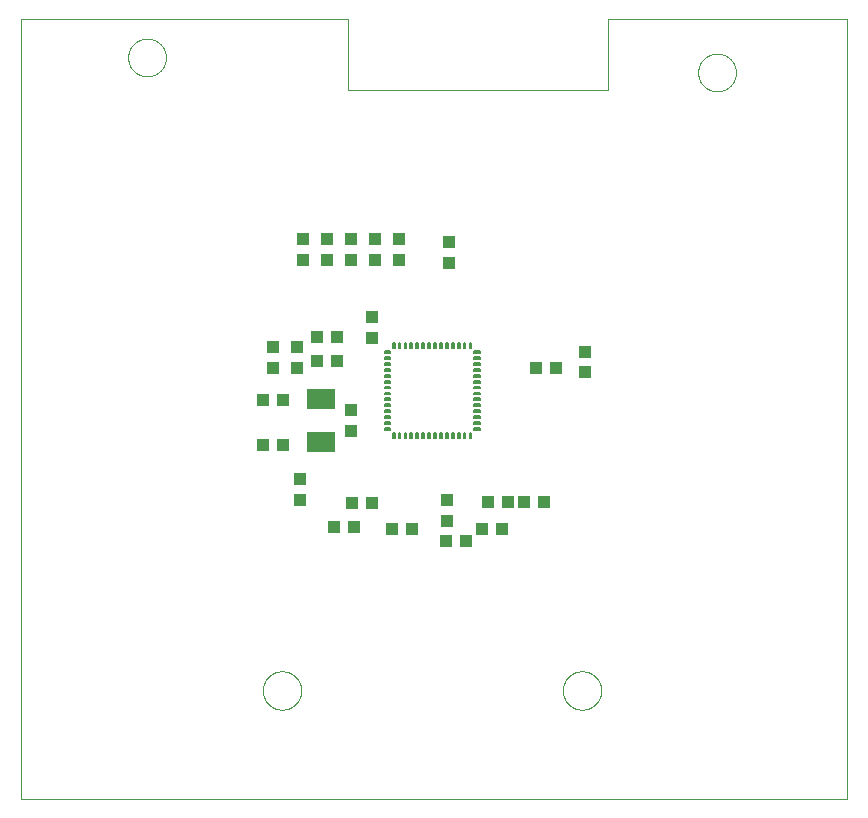
<source format=gtp>
G75*
%MOIN*%
%OFA0B0*%
%FSLAX25Y25*%
%IPPOS*%
%LPD*%
%AMOC8*
5,1,8,0,0,1.08239X$1,22.5*
%
%ADD10C,0.00000*%
%ADD11R,0.04331X0.03937*%
%ADD12R,0.03937X0.04331*%
%ADD13C,0.00591*%
%ADD14R,0.09449X0.06693*%
D10*
X0010074Y0008163D02*
X0010074Y0268006D01*
X0119129Y0268006D01*
X0119129Y0244384D01*
X0205743Y0244384D01*
X0205743Y0268006D01*
X0285665Y0268006D01*
X0285665Y0008163D01*
X0010074Y0008163D01*
X0090802Y0044163D02*
X0090804Y0044323D01*
X0090810Y0044482D01*
X0090820Y0044641D01*
X0090834Y0044800D01*
X0090852Y0044959D01*
X0090873Y0045117D01*
X0090899Y0045274D01*
X0090929Y0045431D01*
X0090962Y0045587D01*
X0091000Y0045742D01*
X0091041Y0045896D01*
X0091086Y0046049D01*
X0091135Y0046201D01*
X0091188Y0046351D01*
X0091244Y0046500D01*
X0091304Y0046648D01*
X0091368Y0046794D01*
X0091436Y0046939D01*
X0091507Y0047082D01*
X0091581Y0047223D01*
X0091659Y0047362D01*
X0091741Y0047499D01*
X0091826Y0047634D01*
X0091914Y0047767D01*
X0092005Y0047898D01*
X0092100Y0048026D01*
X0092198Y0048152D01*
X0092299Y0048276D01*
X0092403Y0048396D01*
X0092510Y0048515D01*
X0092620Y0048630D01*
X0092733Y0048743D01*
X0092848Y0048853D01*
X0092967Y0048960D01*
X0093087Y0049064D01*
X0093211Y0049165D01*
X0093337Y0049263D01*
X0093465Y0049358D01*
X0093596Y0049449D01*
X0093729Y0049537D01*
X0093864Y0049622D01*
X0094001Y0049704D01*
X0094140Y0049782D01*
X0094281Y0049856D01*
X0094424Y0049927D01*
X0094569Y0049995D01*
X0094715Y0050059D01*
X0094863Y0050119D01*
X0095012Y0050175D01*
X0095162Y0050228D01*
X0095314Y0050277D01*
X0095467Y0050322D01*
X0095621Y0050363D01*
X0095776Y0050401D01*
X0095932Y0050434D01*
X0096089Y0050464D01*
X0096246Y0050490D01*
X0096404Y0050511D01*
X0096563Y0050529D01*
X0096722Y0050543D01*
X0096881Y0050553D01*
X0097040Y0050559D01*
X0097200Y0050561D01*
X0097360Y0050559D01*
X0097519Y0050553D01*
X0097678Y0050543D01*
X0097837Y0050529D01*
X0097996Y0050511D01*
X0098154Y0050490D01*
X0098311Y0050464D01*
X0098468Y0050434D01*
X0098624Y0050401D01*
X0098779Y0050363D01*
X0098933Y0050322D01*
X0099086Y0050277D01*
X0099238Y0050228D01*
X0099388Y0050175D01*
X0099537Y0050119D01*
X0099685Y0050059D01*
X0099831Y0049995D01*
X0099976Y0049927D01*
X0100119Y0049856D01*
X0100260Y0049782D01*
X0100399Y0049704D01*
X0100536Y0049622D01*
X0100671Y0049537D01*
X0100804Y0049449D01*
X0100935Y0049358D01*
X0101063Y0049263D01*
X0101189Y0049165D01*
X0101313Y0049064D01*
X0101433Y0048960D01*
X0101552Y0048853D01*
X0101667Y0048743D01*
X0101780Y0048630D01*
X0101890Y0048515D01*
X0101997Y0048396D01*
X0102101Y0048276D01*
X0102202Y0048152D01*
X0102300Y0048026D01*
X0102395Y0047898D01*
X0102486Y0047767D01*
X0102574Y0047634D01*
X0102659Y0047499D01*
X0102741Y0047362D01*
X0102819Y0047223D01*
X0102893Y0047082D01*
X0102964Y0046939D01*
X0103032Y0046794D01*
X0103096Y0046648D01*
X0103156Y0046500D01*
X0103212Y0046351D01*
X0103265Y0046201D01*
X0103314Y0046049D01*
X0103359Y0045896D01*
X0103400Y0045742D01*
X0103438Y0045587D01*
X0103471Y0045431D01*
X0103501Y0045274D01*
X0103527Y0045117D01*
X0103548Y0044959D01*
X0103566Y0044800D01*
X0103580Y0044641D01*
X0103590Y0044482D01*
X0103596Y0044323D01*
X0103598Y0044163D01*
X0103596Y0044003D01*
X0103590Y0043844D01*
X0103580Y0043685D01*
X0103566Y0043526D01*
X0103548Y0043367D01*
X0103527Y0043209D01*
X0103501Y0043052D01*
X0103471Y0042895D01*
X0103438Y0042739D01*
X0103400Y0042584D01*
X0103359Y0042430D01*
X0103314Y0042277D01*
X0103265Y0042125D01*
X0103212Y0041975D01*
X0103156Y0041826D01*
X0103096Y0041678D01*
X0103032Y0041532D01*
X0102964Y0041387D01*
X0102893Y0041244D01*
X0102819Y0041103D01*
X0102741Y0040964D01*
X0102659Y0040827D01*
X0102574Y0040692D01*
X0102486Y0040559D01*
X0102395Y0040428D01*
X0102300Y0040300D01*
X0102202Y0040174D01*
X0102101Y0040050D01*
X0101997Y0039930D01*
X0101890Y0039811D01*
X0101780Y0039696D01*
X0101667Y0039583D01*
X0101552Y0039473D01*
X0101433Y0039366D01*
X0101313Y0039262D01*
X0101189Y0039161D01*
X0101063Y0039063D01*
X0100935Y0038968D01*
X0100804Y0038877D01*
X0100671Y0038789D01*
X0100536Y0038704D01*
X0100399Y0038622D01*
X0100260Y0038544D01*
X0100119Y0038470D01*
X0099976Y0038399D01*
X0099831Y0038331D01*
X0099685Y0038267D01*
X0099537Y0038207D01*
X0099388Y0038151D01*
X0099238Y0038098D01*
X0099086Y0038049D01*
X0098933Y0038004D01*
X0098779Y0037963D01*
X0098624Y0037925D01*
X0098468Y0037892D01*
X0098311Y0037862D01*
X0098154Y0037836D01*
X0097996Y0037815D01*
X0097837Y0037797D01*
X0097678Y0037783D01*
X0097519Y0037773D01*
X0097360Y0037767D01*
X0097200Y0037765D01*
X0097040Y0037767D01*
X0096881Y0037773D01*
X0096722Y0037783D01*
X0096563Y0037797D01*
X0096404Y0037815D01*
X0096246Y0037836D01*
X0096089Y0037862D01*
X0095932Y0037892D01*
X0095776Y0037925D01*
X0095621Y0037963D01*
X0095467Y0038004D01*
X0095314Y0038049D01*
X0095162Y0038098D01*
X0095012Y0038151D01*
X0094863Y0038207D01*
X0094715Y0038267D01*
X0094569Y0038331D01*
X0094424Y0038399D01*
X0094281Y0038470D01*
X0094140Y0038544D01*
X0094001Y0038622D01*
X0093864Y0038704D01*
X0093729Y0038789D01*
X0093596Y0038877D01*
X0093465Y0038968D01*
X0093337Y0039063D01*
X0093211Y0039161D01*
X0093087Y0039262D01*
X0092967Y0039366D01*
X0092848Y0039473D01*
X0092733Y0039583D01*
X0092620Y0039696D01*
X0092510Y0039811D01*
X0092403Y0039930D01*
X0092299Y0040050D01*
X0092198Y0040174D01*
X0092100Y0040300D01*
X0092005Y0040428D01*
X0091914Y0040559D01*
X0091826Y0040692D01*
X0091741Y0040827D01*
X0091659Y0040964D01*
X0091581Y0041103D01*
X0091507Y0041244D01*
X0091436Y0041387D01*
X0091368Y0041532D01*
X0091304Y0041678D01*
X0091244Y0041826D01*
X0091188Y0041975D01*
X0091135Y0042125D01*
X0091086Y0042277D01*
X0091041Y0042430D01*
X0091000Y0042584D01*
X0090962Y0042739D01*
X0090929Y0042895D01*
X0090899Y0043052D01*
X0090873Y0043209D01*
X0090852Y0043367D01*
X0090834Y0043526D01*
X0090820Y0043685D01*
X0090810Y0043844D01*
X0090804Y0044003D01*
X0090802Y0044163D01*
X0190802Y0044163D02*
X0190804Y0044323D01*
X0190810Y0044482D01*
X0190820Y0044641D01*
X0190834Y0044800D01*
X0190852Y0044959D01*
X0190873Y0045117D01*
X0190899Y0045274D01*
X0190929Y0045431D01*
X0190962Y0045587D01*
X0191000Y0045742D01*
X0191041Y0045896D01*
X0191086Y0046049D01*
X0191135Y0046201D01*
X0191188Y0046351D01*
X0191244Y0046500D01*
X0191304Y0046648D01*
X0191368Y0046794D01*
X0191436Y0046939D01*
X0191507Y0047082D01*
X0191581Y0047223D01*
X0191659Y0047362D01*
X0191741Y0047499D01*
X0191826Y0047634D01*
X0191914Y0047767D01*
X0192005Y0047898D01*
X0192100Y0048026D01*
X0192198Y0048152D01*
X0192299Y0048276D01*
X0192403Y0048396D01*
X0192510Y0048515D01*
X0192620Y0048630D01*
X0192733Y0048743D01*
X0192848Y0048853D01*
X0192967Y0048960D01*
X0193087Y0049064D01*
X0193211Y0049165D01*
X0193337Y0049263D01*
X0193465Y0049358D01*
X0193596Y0049449D01*
X0193729Y0049537D01*
X0193864Y0049622D01*
X0194001Y0049704D01*
X0194140Y0049782D01*
X0194281Y0049856D01*
X0194424Y0049927D01*
X0194569Y0049995D01*
X0194715Y0050059D01*
X0194863Y0050119D01*
X0195012Y0050175D01*
X0195162Y0050228D01*
X0195314Y0050277D01*
X0195467Y0050322D01*
X0195621Y0050363D01*
X0195776Y0050401D01*
X0195932Y0050434D01*
X0196089Y0050464D01*
X0196246Y0050490D01*
X0196404Y0050511D01*
X0196563Y0050529D01*
X0196722Y0050543D01*
X0196881Y0050553D01*
X0197040Y0050559D01*
X0197200Y0050561D01*
X0197360Y0050559D01*
X0197519Y0050553D01*
X0197678Y0050543D01*
X0197837Y0050529D01*
X0197996Y0050511D01*
X0198154Y0050490D01*
X0198311Y0050464D01*
X0198468Y0050434D01*
X0198624Y0050401D01*
X0198779Y0050363D01*
X0198933Y0050322D01*
X0199086Y0050277D01*
X0199238Y0050228D01*
X0199388Y0050175D01*
X0199537Y0050119D01*
X0199685Y0050059D01*
X0199831Y0049995D01*
X0199976Y0049927D01*
X0200119Y0049856D01*
X0200260Y0049782D01*
X0200399Y0049704D01*
X0200536Y0049622D01*
X0200671Y0049537D01*
X0200804Y0049449D01*
X0200935Y0049358D01*
X0201063Y0049263D01*
X0201189Y0049165D01*
X0201313Y0049064D01*
X0201433Y0048960D01*
X0201552Y0048853D01*
X0201667Y0048743D01*
X0201780Y0048630D01*
X0201890Y0048515D01*
X0201997Y0048396D01*
X0202101Y0048276D01*
X0202202Y0048152D01*
X0202300Y0048026D01*
X0202395Y0047898D01*
X0202486Y0047767D01*
X0202574Y0047634D01*
X0202659Y0047499D01*
X0202741Y0047362D01*
X0202819Y0047223D01*
X0202893Y0047082D01*
X0202964Y0046939D01*
X0203032Y0046794D01*
X0203096Y0046648D01*
X0203156Y0046500D01*
X0203212Y0046351D01*
X0203265Y0046201D01*
X0203314Y0046049D01*
X0203359Y0045896D01*
X0203400Y0045742D01*
X0203438Y0045587D01*
X0203471Y0045431D01*
X0203501Y0045274D01*
X0203527Y0045117D01*
X0203548Y0044959D01*
X0203566Y0044800D01*
X0203580Y0044641D01*
X0203590Y0044482D01*
X0203596Y0044323D01*
X0203598Y0044163D01*
X0203596Y0044003D01*
X0203590Y0043844D01*
X0203580Y0043685D01*
X0203566Y0043526D01*
X0203548Y0043367D01*
X0203527Y0043209D01*
X0203501Y0043052D01*
X0203471Y0042895D01*
X0203438Y0042739D01*
X0203400Y0042584D01*
X0203359Y0042430D01*
X0203314Y0042277D01*
X0203265Y0042125D01*
X0203212Y0041975D01*
X0203156Y0041826D01*
X0203096Y0041678D01*
X0203032Y0041532D01*
X0202964Y0041387D01*
X0202893Y0041244D01*
X0202819Y0041103D01*
X0202741Y0040964D01*
X0202659Y0040827D01*
X0202574Y0040692D01*
X0202486Y0040559D01*
X0202395Y0040428D01*
X0202300Y0040300D01*
X0202202Y0040174D01*
X0202101Y0040050D01*
X0201997Y0039930D01*
X0201890Y0039811D01*
X0201780Y0039696D01*
X0201667Y0039583D01*
X0201552Y0039473D01*
X0201433Y0039366D01*
X0201313Y0039262D01*
X0201189Y0039161D01*
X0201063Y0039063D01*
X0200935Y0038968D01*
X0200804Y0038877D01*
X0200671Y0038789D01*
X0200536Y0038704D01*
X0200399Y0038622D01*
X0200260Y0038544D01*
X0200119Y0038470D01*
X0199976Y0038399D01*
X0199831Y0038331D01*
X0199685Y0038267D01*
X0199537Y0038207D01*
X0199388Y0038151D01*
X0199238Y0038098D01*
X0199086Y0038049D01*
X0198933Y0038004D01*
X0198779Y0037963D01*
X0198624Y0037925D01*
X0198468Y0037892D01*
X0198311Y0037862D01*
X0198154Y0037836D01*
X0197996Y0037815D01*
X0197837Y0037797D01*
X0197678Y0037783D01*
X0197519Y0037773D01*
X0197360Y0037767D01*
X0197200Y0037765D01*
X0197040Y0037767D01*
X0196881Y0037773D01*
X0196722Y0037783D01*
X0196563Y0037797D01*
X0196404Y0037815D01*
X0196246Y0037836D01*
X0196089Y0037862D01*
X0195932Y0037892D01*
X0195776Y0037925D01*
X0195621Y0037963D01*
X0195467Y0038004D01*
X0195314Y0038049D01*
X0195162Y0038098D01*
X0195012Y0038151D01*
X0194863Y0038207D01*
X0194715Y0038267D01*
X0194569Y0038331D01*
X0194424Y0038399D01*
X0194281Y0038470D01*
X0194140Y0038544D01*
X0194001Y0038622D01*
X0193864Y0038704D01*
X0193729Y0038789D01*
X0193596Y0038877D01*
X0193465Y0038968D01*
X0193337Y0039063D01*
X0193211Y0039161D01*
X0193087Y0039262D01*
X0192967Y0039366D01*
X0192848Y0039473D01*
X0192733Y0039583D01*
X0192620Y0039696D01*
X0192510Y0039811D01*
X0192403Y0039930D01*
X0192299Y0040050D01*
X0192198Y0040174D01*
X0192100Y0040300D01*
X0192005Y0040428D01*
X0191914Y0040559D01*
X0191826Y0040692D01*
X0191741Y0040827D01*
X0191659Y0040964D01*
X0191581Y0041103D01*
X0191507Y0041244D01*
X0191436Y0041387D01*
X0191368Y0041532D01*
X0191304Y0041678D01*
X0191244Y0041826D01*
X0191188Y0041975D01*
X0191135Y0042125D01*
X0191086Y0042277D01*
X0191041Y0042430D01*
X0191000Y0042584D01*
X0190962Y0042739D01*
X0190929Y0042895D01*
X0190899Y0043052D01*
X0190873Y0043209D01*
X0190852Y0043367D01*
X0190834Y0043526D01*
X0190820Y0043685D01*
X0190810Y0043844D01*
X0190804Y0044003D01*
X0190802Y0044163D01*
X0235901Y0250163D02*
X0235903Y0250321D01*
X0235909Y0250479D01*
X0235919Y0250637D01*
X0235933Y0250795D01*
X0235951Y0250952D01*
X0235972Y0251109D01*
X0235998Y0251265D01*
X0236028Y0251421D01*
X0236061Y0251576D01*
X0236099Y0251729D01*
X0236140Y0251882D01*
X0236185Y0252034D01*
X0236234Y0252185D01*
X0236287Y0252334D01*
X0236343Y0252482D01*
X0236403Y0252628D01*
X0236467Y0252773D01*
X0236535Y0252916D01*
X0236606Y0253058D01*
X0236680Y0253198D01*
X0236758Y0253335D01*
X0236840Y0253471D01*
X0236924Y0253605D01*
X0237013Y0253736D01*
X0237104Y0253865D01*
X0237199Y0253992D01*
X0237296Y0254117D01*
X0237397Y0254239D01*
X0237501Y0254358D01*
X0237608Y0254475D01*
X0237718Y0254589D01*
X0237831Y0254700D01*
X0237946Y0254809D01*
X0238064Y0254914D01*
X0238185Y0255016D01*
X0238308Y0255116D01*
X0238434Y0255212D01*
X0238562Y0255305D01*
X0238692Y0255395D01*
X0238825Y0255481D01*
X0238960Y0255565D01*
X0239096Y0255644D01*
X0239235Y0255721D01*
X0239376Y0255793D01*
X0239518Y0255863D01*
X0239662Y0255928D01*
X0239808Y0255990D01*
X0239955Y0256048D01*
X0240104Y0256103D01*
X0240254Y0256154D01*
X0240405Y0256201D01*
X0240557Y0256244D01*
X0240710Y0256283D01*
X0240865Y0256319D01*
X0241020Y0256350D01*
X0241176Y0256378D01*
X0241332Y0256402D01*
X0241489Y0256422D01*
X0241647Y0256438D01*
X0241804Y0256450D01*
X0241963Y0256458D01*
X0242121Y0256462D01*
X0242279Y0256462D01*
X0242437Y0256458D01*
X0242596Y0256450D01*
X0242753Y0256438D01*
X0242911Y0256422D01*
X0243068Y0256402D01*
X0243224Y0256378D01*
X0243380Y0256350D01*
X0243535Y0256319D01*
X0243690Y0256283D01*
X0243843Y0256244D01*
X0243995Y0256201D01*
X0244146Y0256154D01*
X0244296Y0256103D01*
X0244445Y0256048D01*
X0244592Y0255990D01*
X0244738Y0255928D01*
X0244882Y0255863D01*
X0245024Y0255793D01*
X0245165Y0255721D01*
X0245304Y0255644D01*
X0245440Y0255565D01*
X0245575Y0255481D01*
X0245708Y0255395D01*
X0245838Y0255305D01*
X0245966Y0255212D01*
X0246092Y0255116D01*
X0246215Y0255016D01*
X0246336Y0254914D01*
X0246454Y0254809D01*
X0246569Y0254700D01*
X0246682Y0254589D01*
X0246792Y0254475D01*
X0246899Y0254358D01*
X0247003Y0254239D01*
X0247104Y0254117D01*
X0247201Y0253992D01*
X0247296Y0253865D01*
X0247387Y0253736D01*
X0247476Y0253605D01*
X0247560Y0253471D01*
X0247642Y0253335D01*
X0247720Y0253198D01*
X0247794Y0253058D01*
X0247865Y0252916D01*
X0247933Y0252773D01*
X0247997Y0252628D01*
X0248057Y0252482D01*
X0248113Y0252334D01*
X0248166Y0252185D01*
X0248215Y0252034D01*
X0248260Y0251882D01*
X0248301Y0251729D01*
X0248339Y0251576D01*
X0248372Y0251421D01*
X0248402Y0251265D01*
X0248428Y0251109D01*
X0248449Y0250952D01*
X0248467Y0250795D01*
X0248481Y0250637D01*
X0248491Y0250479D01*
X0248497Y0250321D01*
X0248499Y0250163D01*
X0248497Y0250005D01*
X0248491Y0249847D01*
X0248481Y0249689D01*
X0248467Y0249531D01*
X0248449Y0249374D01*
X0248428Y0249217D01*
X0248402Y0249061D01*
X0248372Y0248905D01*
X0248339Y0248750D01*
X0248301Y0248597D01*
X0248260Y0248444D01*
X0248215Y0248292D01*
X0248166Y0248141D01*
X0248113Y0247992D01*
X0248057Y0247844D01*
X0247997Y0247698D01*
X0247933Y0247553D01*
X0247865Y0247410D01*
X0247794Y0247268D01*
X0247720Y0247128D01*
X0247642Y0246991D01*
X0247560Y0246855D01*
X0247476Y0246721D01*
X0247387Y0246590D01*
X0247296Y0246461D01*
X0247201Y0246334D01*
X0247104Y0246209D01*
X0247003Y0246087D01*
X0246899Y0245968D01*
X0246792Y0245851D01*
X0246682Y0245737D01*
X0246569Y0245626D01*
X0246454Y0245517D01*
X0246336Y0245412D01*
X0246215Y0245310D01*
X0246092Y0245210D01*
X0245966Y0245114D01*
X0245838Y0245021D01*
X0245708Y0244931D01*
X0245575Y0244845D01*
X0245440Y0244761D01*
X0245304Y0244682D01*
X0245165Y0244605D01*
X0245024Y0244533D01*
X0244882Y0244463D01*
X0244738Y0244398D01*
X0244592Y0244336D01*
X0244445Y0244278D01*
X0244296Y0244223D01*
X0244146Y0244172D01*
X0243995Y0244125D01*
X0243843Y0244082D01*
X0243690Y0244043D01*
X0243535Y0244007D01*
X0243380Y0243976D01*
X0243224Y0243948D01*
X0243068Y0243924D01*
X0242911Y0243904D01*
X0242753Y0243888D01*
X0242596Y0243876D01*
X0242437Y0243868D01*
X0242279Y0243864D01*
X0242121Y0243864D01*
X0241963Y0243868D01*
X0241804Y0243876D01*
X0241647Y0243888D01*
X0241489Y0243904D01*
X0241332Y0243924D01*
X0241176Y0243948D01*
X0241020Y0243976D01*
X0240865Y0244007D01*
X0240710Y0244043D01*
X0240557Y0244082D01*
X0240405Y0244125D01*
X0240254Y0244172D01*
X0240104Y0244223D01*
X0239955Y0244278D01*
X0239808Y0244336D01*
X0239662Y0244398D01*
X0239518Y0244463D01*
X0239376Y0244533D01*
X0239235Y0244605D01*
X0239096Y0244682D01*
X0238960Y0244761D01*
X0238825Y0244845D01*
X0238692Y0244931D01*
X0238562Y0245021D01*
X0238434Y0245114D01*
X0238308Y0245210D01*
X0238185Y0245310D01*
X0238064Y0245412D01*
X0237946Y0245517D01*
X0237831Y0245626D01*
X0237718Y0245737D01*
X0237608Y0245851D01*
X0237501Y0245968D01*
X0237397Y0246087D01*
X0237296Y0246209D01*
X0237199Y0246334D01*
X0237104Y0246461D01*
X0237013Y0246590D01*
X0236924Y0246721D01*
X0236840Y0246855D01*
X0236758Y0246991D01*
X0236680Y0247128D01*
X0236606Y0247268D01*
X0236535Y0247410D01*
X0236467Y0247553D01*
X0236403Y0247698D01*
X0236343Y0247844D01*
X0236287Y0247992D01*
X0236234Y0248141D01*
X0236185Y0248292D01*
X0236140Y0248444D01*
X0236099Y0248597D01*
X0236061Y0248750D01*
X0236028Y0248905D01*
X0235998Y0249061D01*
X0235972Y0249217D01*
X0235951Y0249374D01*
X0235933Y0249531D01*
X0235919Y0249689D01*
X0235909Y0249847D01*
X0235903Y0250005D01*
X0235901Y0250163D01*
X0045901Y0255163D02*
X0045903Y0255321D01*
X0045909Y0255479D01*
X0045919Y0255637D01*
X0045933Y0255795D01*
X0045951Y0255952D01*
X0045972Y0256109D01*
X0045998Y0256265D01*
X0046028Y0256421D01*
X0046061Y0256576D01*
X0046099Y0256729D01*
X0046140Y0256882D01*
X0046185Y0257034D01*
X0046234Y0257185D01*
X0046287Y0257334D01*
X0046343Y0257482D01*
X0046403Y0257628D01*
X0046467Y0257773D01*
X0046535Y0257916D01*
X0046606Y0258058D01*
X0046680Y0258198D01*
X0046758Y0258335D01*
X0046840Y0258471D01*
X0046924Y0258605D01*
X0047013Y0258736D01*
X0047104Y0258865D01*
X0047199Y0258992D01*
X0047296Y0259117D01*
X0047397Y0259239D01*
X0047501Y0259358D01*
X0047608Y0259475D01*
X0047718Y0259589D01*
X0047831Y0259700D01*
X0047946Y0259809D01*
X0048064Y0259914D01*
X0048185Y0260016D01*
X0048308Y0260116D01*
X0048434Y0260212D01*
X0048562Y0260305D01*
X0048692Y0260395D01*
X0048825Y0260481D01*
X0048960Y0260565D01*
X0049096Y0260644D01*
X0049235Y0260721D01*
X0049376Y0260793D01*
X0049518Y0260863D01*
X0049662Y0260928D01*
X0049808Y0260990D01*
X0049955Y0261048D01*
X0050104Y0261103D01*
X0050254Y0261154D01*
X0050405Y0261201D01*
X0050557Y0261244D01*
X0050710Y0261283D01*
X0050865Y0261319D01*
X0051020Y0261350D01*
X0051176Y0261378D01*
X0051332Y0261402D01*
X0051489Y0261422D01*
X0051647Y0261438D01*
X0051804Y0261450D01*
X0051963Y0261458D01*
X0052121Y0261462D01*
X0052279Y0261462D01*
X0052437Y0261458D01*
X0052596Y0261450D01*
X0052753Y0261438D01*
X0052911Y0261422D01*
X0053068Y0261402D01*
X0053224Y0261378D01*
X0053380Y0261350D01*
X0053535Y0261319D01*
X0053690Y0261283D01*
X0053843Y0261244D01*
X0053995Y0261201D01*
X0054146Y0261154D01*
X0054296Y0261103D01*
X0054445Y0261048D01*
X0054592Y0260990D01*
X0054738Y0260928D01*
X0054882Y0260863D01*
X0055024Y0260793D01*
X0055165Y0260721D01*
X0055304Y0260644D01*
X0055440Y0260565D01*
X0055575Y0260481D01*
X0055708Y0260395D01*
X0055838Y0260305D01*
X0055966Y0260212D01*
X0056092Y0260116D01*
X0056215Y0260016D01*
X0056336Y0259914D01*
X0056454Y0259809D01*
X0056569Y0259700D01*
X0056682Y0259589D01*
X0056792Y0259475D01*
X0056899Y0259358D01*
X0057003Y0259239D01*
X0057104Y0259117D01*
X0057201Y0258992D01*
X0057296Y0258865D01*
X0057387Y0258736D01*
X0057476Y0258605D01*
X0057560Y0258471D01*
X0057642Y0258335D01*
X0057720Y0258198D01*
X0057794Y0258058D01*
X0057865Y0257916D01*
X0057933Y0257773D01*
X0057997Y0257628D01*
X0058057Y0257482D01*
X0058113Y0257334D01*
X0058166Y0257185D01*
X0058215Y0257034D01*
X0058260Y0256882D01*
X0058301Y0256729D01*
X0058339Y0256576D01*
X0058372Y0256421D01*
X0058402Y0256265D01*
X0058428Y0256109D01*
X0058449Y0255952D01*
X0058467Y0255795D01*
X0058481Y0255637D01*
X0058491Y0255479D01*
X0058497Y0255321D01*
X0058499Y0255163D01*
X0058497Y0255005D01*
X0058491Y0254847D01*
X0058481Y0254689D01*
X0058467Y0254531D01*
X0058449Y0254374D01*
X0058428Y0254217D01*
X0058402Y0254061D01*
X0058372Y0253905D01*
X0058339Y0253750D01*
X0058301Y0253597D01*
X0058260Y0253444D01*
X0058215Y0253292D01*
X0058166Y0253141D01*
X0058113Y0252992D01*
X0058057Y0252844D01*
X0057997Y0252698D01*
X0057933Y0252553D01*
X0057865Y0252410D01*
X0057794Y0252268D01*
X0057720Y0252128D01*
X0057642Y0251991D01*
X0057560Y0251855D01*
X0057476Y0251721D01*
X0057387Y0251590D01*
X0057296Y0251461D01*
X0057201Y0251334D01*
X0057104Y0251209D01*
X0057003Y0251087D01*
X0056899Y0250968D01*
X0056792Y0250851D01*
X0056682Y0250737D01*
X0056569Y0250626D01*
X0056454Y0250517D01*
X0056336Y0250412D01*
X0056215Y0250310D01*
X0056092Y0250210D01*
X0055966Y0250114D01*
X0055838Y0250021D01*
X0055708Y0249931D01*
X0055575Y0249845D01*
X0055440Y0249761D01*
X0055304Y0249682D01*
X0055165Y0249605D01*
X0055024Y0249533D01*
X0054882Y0249463D01*
X0054738Y0249398D01*
X0054592Y0249336D01*
X0054445Y0249278D01*
X0054296Y0249223D01*
X0054146Y0249172D01*
X0053995Y0249125D01*
X0053843Y0249082D01*
X0053690Y0249043D01*
X0053535Y0249007D01*
X0053380Y0248976D01*
X0053224Y0248948D01*
X0053068Y0248924D01*
X0052911Y0248904D01*
X0052753Y0248888D01*
X0052596Y0248876D01*
X0052437Y0248868D01*
X0052279Y0248864D01*
X0052121Y0248864D01*
X0051963Y0248868D01*
X0051804Y0248876D01*
X0051647Y0248888D01*
X0051489Y0248904D01*
X0051332Y0248924D01*
X0051176Y0248948D01*
X0051020Y0248976D01*
X0050865Y0249007D01*
X0050710Y0249043D01*
X0050557Y0249082D01*
X0050405Y0249125D01*
X0050254Y0249172D01*
X0050104Y0249223D01*
X0049955Y0249278D01*
X0049808Y0249336D01*
X0049662Y0249398D01*
X0049518Y0249463D01*
X0049376Y0249533D01*
X0049235Y0249605D01*
X0049096Y0249682D01*
X0048960Y0249761D01*
X0048825Y0249845D01*
X0048692Y0249931D01*
X0048562Y0250021D01*
X0048434Y0250114D01*
X0048308Y0250210D01*
X0048185Y0250310D01*
X0048064Y0250412D01*
X0047946Y0250517D01*
X0047831Y0250626D01*
X0047718Y0250737D01*
X0047608Y0250851D01*
X0047501Y0250968D01*
X0047397Y0251087D01*
X0047296Y0251209D01*
X0047199Y0251334D01*
X0047104Y0251461D01*
X0047013Y0251590D01*
X0046924Y0251721D01*
X0046840Y0251855D01*
X0046758Y0251991D01*
X0046680Y0252128D01*
X0046606Y0252268D01*
X0046535Y0252410D01*
X0046467Y0252553D01*
X0046403Y0252698D01*
X0046343Y0252844D01*
X0046287Y0252992D01*
X0046234Y0253141D01*
X0046185Y0253292D01*
X0046140Y0253444D01*
X0046099Y0253597D01*
X0046061Y0253750D01*
X0046028Y0253905D01*
X0045998Y0254061D01*
X0045972Y0254217D01*
X0045951Y0254374D01*
X0045933Y0254531D01*
X0045919Y0254689D01*
X0045909Y0254847D01*
X0045903Y0255005D01*
X0045901Y0255163D01*
D11*
X0104200Y0194510D03*
X0104200Y0187817D03*
X0112200Y0187817D03*
X0112200Y0194510D03*
X0120200Y0194510D03*
X0120200Y0187817D03*
X0128200Y0187817D03*
X0128200Y0194510D03*
X0136200Y0194510D03*
X0136200Y0187817D03*
X0152700Y0186817D03*
X0152700Y0193510D03*
X0115546Y0162163D03*
X0108854Y0162163D03*
X0108854Y0154163D03*
X0115546Y0154163D03*
X0102200Y0151817D03*
X0102200Y0158510D03*
X0094200Y0158510D03*
X0094200Y0151817D03*
X0090854Y0141163D03*
X0097546Y0141163D03*
X0097546Y0126163D03*
X0090854Y0126163D03*
X0103200Y0114510D03*
X0103200Y0107817D03*
X0120200Y0130817D03*
X0120200Y0137510D03*
X0198200Y0150317D03*
X0198200Y0157010D03*
D12*
X0188546Y0151663D03*
X0181854Y0151663D03*
X0184546Y0107163D03*
X0177854Y0107163D03*
X0172546Y0107163D03*
X0165854Y0107163D03*
X0163854Y0098163D03*
X0158546Y0094163D03*
X0151854Y0094163D03*
X0152200Y0100817D03*
X0152200Y0107510D03*
X0140546Y0098163D03*
X0133854Y0098163D03*
X0127046Y0106663D03*
X0120354Y0106663D03*
X0121046Y0098663D03*
X0114354Y0098663D03*
X0170546Y0098163D03*
X0127200Y0161817D03*
X0127200Y0168510D03*
D13*
X0134110Y0158238D02*
X0134700Y0158238D01*
X0134110Y0158238D02*
X0134110Y0160010D01*
X0134700Y0160010D01*
X0134700Y0158238D01*
X0134700Y0158828D02*
X0134110Y0158828D01*
X0134110Y0159418D02*
X0134700Y0159418D01*
X0134700Y0160008D02*
X0134110Y0160008D01*
X0136078Y0158238D02*
X0136668Y0158238D01*
X0136078Y0158238D02*
X0136078Y0160010D01*
X0136668Y0160010D01*
X0136668Y0158238D01*
X0136668Y0158828D02*
X0136078Y0158828D01*
X0136078Y0159418D02*
X0136668Y0159418D01*
X0136668Y0160008D02*
X0136078Y0160008D01*
X0138047Y0158238D02*
X0138637Y0158238D01*
X0138047Y0158238D02*
X0138047Y0160010D01*
X0138637Y0160010D01*
X0138637Y0158238D01*
X0138637Y0158828D02*
X0138047Y0158828D01*
X0138047Y0159418D02*
X0138637Y0159418D01*
X0138637Y0160008D02*
X0138047Y0160008D01*
X0140015Y0158238D02*
X0140605Y0158238D01*
X0140015Y0158238D02*
X0140015Y0160010D01*
X0140605Y0160010D01*
X0140605Y0158238D01*
X0140605Y0158828D02*
X0140015Y0158828D01*
X0140015Y0159418D02*
X0140605Y0159418D01*
X0140605Y0160008D02*
X0140015Y0160008D01*
X0141984Y0158238D02*
X0142574Y0158238D01*
X0141984Y0158238D02*
X0141984Y0160010D01*
X0142574Y0160010D01*
X0142574Y0158238D01*
X0142574Y0158828D02*
X0141984Y0158828D01*
X0141984Y0159418D02*
X0142574Y0159418D01*
X0142574Y0160008D02*
X0141984Y0160008D01*
X0143952Y0158238D02*
X0144542Y0158238D01*
X0143952Y0158238D02*
X0143952Y0160010D01*
X0144542Y0160010D01*
X0144542Y0158238D01*
X0144542Y0158828D02*
X0143952Y0158828D01*
X0143952Y0159418D02*
X0144542Y0159418D01*
X0144542Y0160008D02*
X0143952Y0160008D01*
X0145921Y0158238D02*
X0146511Y0158238D01*
X0145921Y0158238D02*
X0145921Y0160010D01*
X0146511Y0160010D01*
X0146511Y0158238D01*
X0146511Y0158828D02*
X0145921Y0158828D01*
X0145921Y0159418D02*
X0146511Y0159418D01*
X0146511Y0160008D02*
X0145921Y0160008D01*
X0147889Y0158238D02*
X0148479Y0158238D01*
X0147889Y0158238D02*
X0147889Y0160010D01*
X0148479Y0160010D01*
X0148479Y0158238D01*
X0148479Y0158828D02*
X0147889Y0158828D01*
X0147889Y0159418D02*
X0148479Y0159418D01*
X0148479Y0160008D02*
X0147889Y0160008D01*
X0149858Y0158238D02*
X0150448Y0158238D01*
X0149858Y0158238D02*
X0149858Y0160010D01*
X0150448Y0160010D01*
X0150448Y0158238D01*
X0150448Y0158828D02*
X0149858Y0158828D01*
X0149858Y0159418D02*
X0150448Y0159418D01*
X0150448Y0160008D02*
X0149858Y0160008D01*
X0151826Y0158238D02*
X0152416Y0158238D01*
X0151826Y0158238D02*
X0151826Y0160010D01*
X0152416Y0160010D01*
X0152416Y0158238D01*
X0152416Y0158828D02*
X0151826Y0158828D01*
X0151826Y0159418D02*
X0152416Y0159418D01*
X0152416Y0160008D02*
X0151826Y0160008D01*
X0153795Y0158238D02*
X0154385Y0158238D01*
X0153795Y0158238D02*
X0153795Y0160010D01*
X0154385Y0160010D01*
X0154385Y0158238D01*
X0154385Y0158828D02*
X0153795Y0158828D01*
X0153795Y0159418D02*
X0154385Y0159418D01*
X0154385Y0160008D02*
X0153795Y0160008D01*
X0155763Y0158238D02*
X0156353Y0158238D01*
X0155763Y0158238D02*
X0155763Y0160010D01*
X0156353Y0160010D01*
X0156353Y0158238D01*
X0156353Y0158828D02*
X0155763Y0158828D01*
X0155763Y0159418D02*
X0156353Y0159418D01*
X0156353Y0160008D02*
X0155763Y0160008D01*
X0157732Y0158238D02*
X0158322Y0158238D01*
X0157732Y0158238D02*
X0157732Y0160010D01*
X0158322Y0160010D01*
X0158322Y0158238D01*
X0158322Y0158828D02*
X0157732Y0158828D01*
X0157732Y0159418D02*
X0158322Y0159418D01*
X0158322Y0160008D02*
X0157732Y0160008D01*
X0159700Y0158238D02*
X0160290Y0158238D01*
X0159700Y0158238D02*
X0159700Y0160010D01*
X0160290Y0160010D01*
X0160290Y0158238D01*
X0160290Y0158828D02*
X0159700Y0158828D01*
X0159700Y0159418D02*
X0160290Y0159418D01*
X0160290Y0160008D02*
X0159700Y0160008D01*
X0161275Y0157254D02*
X0161275Y0156664D01*
X0161275Y0157254D02*
X0163047Y0157254D01*
X0163047Y0156664D01*
X0161275Y0156664D01*
X0161275Y0157254D02*
X0163047Y0157254D01*
X0161275Y0155285D02*
X0161275Y0154695D01*
X0161275Y0155285D02*
X0163047Y0155285D01*
X0163047Y0154695D01*
X0161275Y0154695D01*
X0161275Y0155285D02*
X0163047Y0155285D01*
X0161275Y0153317D02*
X0161275Y0152727D01*
X0161275Y0153317D02*
X0163047Y0153317D01*
X0163047Y0152727D01*
X0161275Y0152727D01*
X0161275Y0153317D02*
X0163047Y0153317D01*
X0161275Y0151348D02*
X0161275Y0150758D01*
X0161275Y0151348D02*
X0163047Y0151348D01*
X0163047Y0150758D01*
X0161275Y0150758D01*
X0161275Y0151348D02*
X0163047Y0151348D01*
X0161275Y0149380D02*
X0161275Y0148790D01*
X0161275Y0149380D02*
X0163047Y0149380D01*
X0163047Y0148790D01*
X0161275Y0148790D01*
X0161275Y0149380D02*
X0163047Y0149380D01*
X0161275Y0147411D02*
X0161275Y0146821D01*
X0161275Y0147411D02*
X0163047Y0147411D01*
X0163047Y0146821D01*
X0161275Y0146821D01*
X0161275Y0147411D02*
X0163047Y0147411D01*
X0161275Y0145443D02*
X0161275Y0144853D01*
X0161275Y0145443D02*
X0163047Y0145443D01*
X0163047Y0144853D01*
X0161275Y0144853D01*
X0161275Y0145443D02*
X0163047Y0145443D01*
X0161275Y0143474D02*
X0161275Y0142884D01*
X0161275Y0143474D02*
X0163047Y0143474D01*
X0163047Y0142884D01*
X0161275Y0142884D01*
X0161275Y0143474D02*
X0163047Y0143474D01*
X0161275Y0141506D02*
X0161275Y0140916D01*
X0161275Y0141506D02*
X0163047Y0141506D01*
X0163047Y0140916D01*
X0161275Y0140916D01*
X0161275Y0141506D02*
X0163047Y0141506D01*
X0161275Y0139537D02*
X0161275Y0138947D01*
X0161275Y0139537D02*
X0163047Y0139537D01*
X0163047Y0138947D01*
X0161275Y0138947D01*
X0161275Y0139537D02*
X0163047Y0139537D01*
X0161275Y0137569D02*
X0161275Y0136979D01*
X0161275Y0137569D02*
X0163047Y0137569D01*
X0163047Y0136979D01*
X0161275Y0136979D01*
X0161275Y0137569D02*
X0163047Y0137569D01*
X0161275Y0135600D02*
X0161275Y0135010D01*
X0161275Y0135600D02*
X0163047Y0135600D01*
X0163047Y0135010D01*
X0161275Y0135010D01*
X0161275Y0135600D02*
X0163047Y0135600D01*
X0161275Y0133632D02*
X0161275Y0133042D01*
X0161275Y0133632D02*
X0163047Y0133632D01*
X0163047Y0133042D01*
X0161275Y0133042D01*
X0161275Y0133632D02*
X0163047Y0133632D01*
X0161275Y0131663D02*
X0161275Y0131073D01*
X0161275Y0131663D02*
X0163047Y0131663D01*
X0163047Y0131073D01*
X0161275Y0131073D01*
X0161275Y0131663D02*
X0163047Y0131663D01*
X0160290Y0130089D02*
X0159700Y0130089D01*
X0160290Y0130089D02*
X0160290Y0128317D01*
X0159700Y0128317D01*
X0159700Y0130089D01*
X0159700Y0128907D02*
X0160290Y0128907D01*
X0160290Y0129497D02*
X0159700Y0129497D01*
X0159700Y0130087D02*
X0160290Y0130087D01*
X0158322Y0130089D02*
X0157732Y0130089D01*
X0158322Y0130089D02*
X0158322Y0128317D01*
X0157732Y0128317D01*
X0157732Y0130089D01*
X0157732Y0128907D02*
X0158322Y0128907D01*
X0158322Y0129497D02*
X0157732Y0129497D01*
X0157732Y0130087D02*
X0158322Y0130087D01*
X0156353Y0130089D02*
X0155763Y0130089D01*
X0156353Y0130089D02*
X0156353Y0128317D01*
X0155763Y0128317D01*
X0155763Y0130089D01*
X0155763Y0128907D02*
X0156353Y0128907D01*
X0156353Y0129497D02*
X0155763Y0129497D01*
X0155763Y0130087D02*
X0156353Y0130087D01*
X0154385Y0130089D02*
X0153795Y0130089D01*
X0154385Y0130089D02*
X0154385Y0128317D01*
X0153795Y0128317D01*
X0153795Y0130089D01*
X0153795Y0128907D02*
X0154385Y0128907D01*
X0154385Y0129497D02*
X0153795Y0129497D01*
X0153795Y0130087D02*
X0154385Y0130087D01*
X0152416Y0130089D02*
X0151826Y0130089D01*
X0152416Y0130089D02*
X0152416Y0128317D01*
X0151826Y0128317D01*
X0151826Y0130089D01*
X0151826Y0128907D02*
X0152416Y0128907D01*
X0152416Y0129497D02*
X0151826Y0129497D01*
X0151826Y0130087D02*
X0152416Y0130087D01*
X0150448Y0130089D02*
X0149858Y0130089D01*
X0150448Y0130089D02*
X0150448Y0128317D01*
X0149858Y0128317D01*
X0149858Y0130089D01*
X0149858Y0128907D02*
X0150448Y0128907D01*
X0150448Y0129497D02*
X0149858Y0129497D01*
X0149858Y0130087D02*
X0150448Y0130087D01*
X0148479Y0130089D02*
X0147889Y0130089D01*
X0148479Y0130089D02*
X0148479Y0128317D01*
X0147889Y0128317D01*
X0147889Y0130089D01*
X0147889Y0128907D02*
X0148479Y0128907D01*
X0148479Y0129497D02*
X0147889Y0129497D01*
X0147889Y0130087D02*
X0148479Y0130087D01*
X0146511Y0130089D02*
X0145921Y0130089D01*
X0146511Y0130089D02*
X0146511Y0128317D01*
X0145921Y0128317D01*
X0145921Y0130089D01*
X0145921Y0128907D02*
X0146511Y0128907D01*
X0146511Y0129497D02*
X0145921Y0129497D01*
X0145921Y0130087D02*
X0146511Y0130087D01*
X0144542Y0130089D02*
X0143952Y0130089D01*
X0144542Y0130089D02*
X0144542Y0128317D01*
X0143952Y0128317D01*
X0143952Y0130089D01*
X0143952Y0128907D02*
X0144542Y0128907D01*
X0144542Y0129497D02*
X0143952Y0129497D01*
X0143952Y0130087D02*
X0144542Y0130087D01*
X0142574Y0130089D02*
X0141984Y0130089D01*
X0142574Y0130089D02*
X0142574Y0128317D01*
X0141984Y0128317D01*
X0141984Y0130089D01*
X0141984Y0128907D02*
X0142574Y0128907D01*
X0142574Y0129497D02*
X0141984Y0129497D01*
X0141984Y0130087D02*
X0142574Y0130087D01*
X0140605Y0130089D02*
X0140015Y0130089D01*
X0140605Y0130089D02*
X0140605Y0128317D01*
X0140015Y0128317D01*
X0140015Y0130089D01*
X0140015Y0128907D02*
X0140605Y0128907D01*
X0140605Y0129497D02*
X0140015Y0129497D01*
X0140015Y0130087D02*
X0140605Y0130087D01*
X0138637Y0130089D02*
X0138047Y0130089D01*
X0138637Y0130089D02*
X0138637Y0128317D01*
X0138047Y0128317D01*
X0138047Y0130089D01*
X0138047Y0128907D02*
X0138637Y0128907D01*
X0138637Y0129497D02*
X0138047Y0129497D01*
X0138047Y0130087D02*
X0138637Y0130087D01*
X0136668Y0130089D02*
X0136078Y0130089D01*
X0136668Y0130089D02*
X0136668Y0128317D01*
X0136078Y0128317D01*
X0136078Y0130089D01*
X0136078Y0128907D02*
X0136668Y0128907D01*
X0136668Y0129497D02*
X0136078Y0129497D01*
X0136078Y0130087D02*
X0136668Y0130087D01*
X0134700Y0130089D02*
X0134110Y0130089D01*
X0134700Y0130089D02*
X0134700Y0128317D01*
X0134110Y0128317D01*
X0134110Y0130089D01*
X0134110Y0128907D02*
X0134700Y0128907D01*
X0134700Y0129497D02*
X0134110Y0129497D01*
X0134110Y0130087D02*
X0134700Y0130087D01*
X0133125Y0131073D02*
X0133125Y0131663D01*
X0133125Y0131073D02*
X0131353Y0131073D01*
X0131353Y0131663D01*
X0133125Y0131663D01*
X0131353Y0131663D01*
X0133125Y0133042D02*
X0133125Y0133632D01*
X0133125Y0133042D02*
X0131353Y0133042D01*
X0131353Y0133632D01*
X0133125Y0133632D01*
X0131353Y0133632D01*
X0133125Y0135010D02*
X0133125Y0135600D01*
X0133125Y0135010D02*
X0131353Y0135010D01*
X0131353Y0135600D01*
X0133125Y0135600D01*
X0131353Y0135600D01*
X0133125Y0136979D02*
X0133125Y0137569D01*
X0133125Y0136979D02*
X0131353Y0136979D01*
X0131353Y0137569D01*
X0133125Y0137569D01*
X0131353Y0137569D01*
X0133125Y0138947D02*
X0133125Y0139537D01*
X0133125Y0138947D02*
X0131353Y0138947D01*
X0131353Y0139537D01*
X0133125Y0139537D01*
X0131353Y0139537D01*
X0133125Y0140916D02*
X0133125Y0141506D01*
X0133125Y0140916D02*
X0131353Y0140916D01*
X0131353Y0141506D01*
X0133125Y0141506D01*
X0131353Y0141506D01*
X0133125Y0142884D02*
X0133125Y0143474D01*
X0133125Y0142884D02*
X0131353Y0142884D01*
X0131353Y0143474D01*
X0133125Y0143474D01*
X0131353Y0143474D01*
X0133125Y0144853D02*
X0133125Y0145443D01*
X0133125Y0144853D02*
X0131353Y0144853D01*
X0131353Y0145443D01*
X0133125Y0145443D01*
X0131353Y0145443D01*
X0133125Y0146821D02*
X0133125Y0147411D01*
X0133125Y0146821D02*
X0131353Y0146821D01*
X0131353Y0147411D01*
X0133125Y0147411D01*
X0131353Y0147411D01*
X0133125Y0148790D02*
X0133125Y0149380D01*
X0133125Y0148790D02*
X0131353Y0148790D01*
X0131353Y0149380D01*
X0133125Y0149380D01*
X0131353Y0149380D01*
X0133125Y0150758D02*
X0133125Y0151348D01*
X0133125Y0150758D02*
X0131353Y0150758D01*
X0131353Y0151348D01*
X0133125Y0151348D01*
X0131353Y0151348D01*
X0133125Y0152727D02*
X0133125Y0153317D01*
X0133125Y0152727D02*
X0131353Y0152727D01*
X0131353Y0153317D01*
X0133125Y0153317D01*
X0131353Y0153317D01*
X0133125Y0154695D02*
X0133125Y0155285D01*
X0133125Y0154695D02*
X0131353Y0154695D01*
X0131353Y0155285D01*
X0133125Y0155285D01*
X0131353Y0155285D01*
X0133125Y0156664D02*
X0133125Y0157254D01*
X0133125Y0156664D02*
X0131353Y0156664D01*
X0131353Y0157254D01*
X0133125Y0157254D01*
X0131353Y0157254D01*
D14*
X0110200Y0141447D03*
X0110200Y0126880D03*
M02*

</source>
